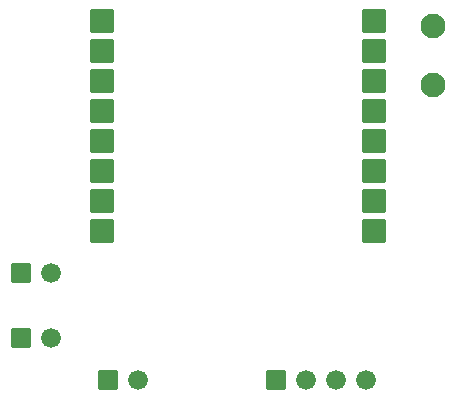
<source format=gbs>
G04 Layer: BottomSolderMaskLayer*
G04 EasyEDA v6.5.22, 2023-03-11 10:03:51*
G04 8c804c29d0f949b487868860c40900b7,2edda57568cb4d92a7641b919e05c1e7,10*
G04 Gerber Generator version 0.2*
G04 Scale: 100 percent, Rotated: No, Reflected: No *
G04 Dimensions in inches *
G04 leading zeros omitted , absolute positions ,3 integer and 6 decimal *
%FSLAX36Y36*%
%MOIN*%

%AMMACRO1*1,1,$1,$2,$3*1,1,$1,$4,$5*1,1,$1,0-$2,0-$3*1,1,$1,0-$4,0-$5*20,1,$1,$2,$3,$4,$5,0*20,1,$1,$4,$5,0-$2,0-$3,0*20,1,$1,0-$2,0-$3,0-$4,0-$5,0*20,1,$1,0-$4,0-$5,$2,$3,0*4,1,4,$2,$3,$4,$5,0-$2,0-$3,0-$4,0-$5,$2,$3,0*%
%ADD10MACRO1,0.004X0.031X0.031X0.031X-0.031*%
%ADD11C,0.0660*%
%ADD12MACRO1,0.004X-0.031X0.031X0.031X0.031*%
%ADD13C,0.0827*%
%ADD14MACRO1,0.008X-0.0354X0.0354X0.0354X0.0354*%

%LPD*%
D10*
G01*
X-430000Y-755000D03*
D11*
G01*
X-330000Y-755000D03*
D10*
G01*
X-720000Y-615000D03*
D11*
G01*
X-620000Y-615000D03*
D10*
G01*
X-720000Y-400000D03*
D11*
G01*
X-620000Y-400000D03*
D12*
G01*
X130000Y-755000D03*
D11*
G01*
X230000Y-755000D03*
G01*
X330000Y-755000D03*
G01*
X430000Y-755000D03*
D13*
G01*
X655000Y423600D03*
G01*
X655000Y226399D03*
D14*
G01*
X-447756Y440000D03*
G01*
X-447756Y340000D03*
G01*
X-447756Y240000D03*
G01*
X-447756Y140000D03*
G01*
X-447756Y40000D03*
G01*
X-447756Y-60000D03*
G01*
X-447756Y-160000D03*
G01*
X-447756Y-260000D03*
G01*
X457753Y-260000D03*
G01*
X457753Y-160000D03*
G01*
X457753Y-60000D03*
G01*
X457753Y40000D03*
G01*
X457753Y140000D03*
G01*
X457753Y240000D03*
G01*
X457753Y340000D03*
G01*
X457753Y440000D03*
M02*

</source>
